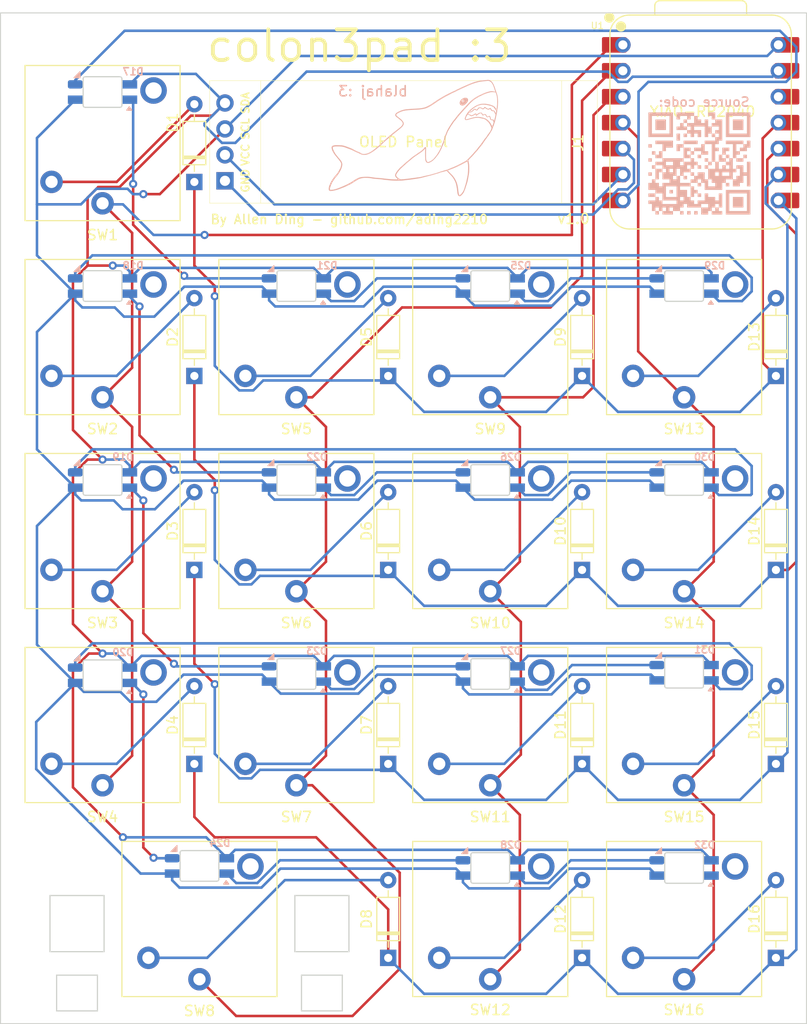
<source format=kicad_pcb>
(kicad_pcb (version 20240108) (generator "pcbnew") (generator_version "8.0")
  (layers (0 "F.Cu" signal) (31 "B.Cu" signal) (34 "B.Paste" user) (35 "F.Paste" user) (36 "B.SilkS" user "B.Silkscreen") (37 "F.SilkS" user "F.Silkscreen") (38 "B.Mask" user) (39 "F.Mask" user) (44 "Edge.Cuts" user))
  (net 0 "")
  (net 1 "/DATA")
  (net 2 "Net-(D17-DOUT)")
  (net 3 "GND")
  (net 4 "+5V")
  (net 5 "Net-(D18-DOUT)")
  (net 6 "Net-(D18-DIN)")
  (net 7 "Net-(D19-DOUT)")
  (net 8 "Net-(D19-DIN)")
  (net 9 "Net-(D20-DIN)")
  (net 10 "Net-(D20-DOUT)")
  (net 11 "Net-(D21-DOUT)")
  (net 12 "Net-(D22-DOUT)")
  (net 13 "Net-(D23-DOUT)")
  (net 14 "Net-(D24-DOUT)")
  (net 15 "Net-(D25-DOUT)")
  (net 16 "Net-(D26-DOUT)")
  (net 17 "Net-(D27-DOUT)")
  (net 18 "Net-(D28-DOUT)")
  (net 20 "Net-(D1-A)")
  (net 21 "/ROW1")
  (net 22 "/ROW2")
  (net 23 "Net-(D2-A)")
  (net 24 "Net-(D3-A)")
  (net 25 "/ROW3")
  (net 26 "/ROW4")
  (net 27 "Net-(D4-A)")
  (net 28 "Net-(D5-A)")
  (net 29 "Net-(D6-A)")
  (net 30 "Net-(D7-A)")
  (net 31 "Net-(D8-A)")
  (net 32 "Net-(D9-A)")
  (net 33 "Net-(D10-A)")
  (net 34 "Net-(D11-A)")
  (net 35 "Net-(D12-A)")
  (net 36 "Net-(D13-A)")
  (net 37 "Net-(D14-A)")
  (net 38 "Net-(D15-A)")
  (net 39 "Net-(D16-A)")
  (net 40 "/SCL")
  (net 41 "/SDA")
  (net 42 "/COL1")
  (net 43 "/COL2")
  (net 44 "/COL3")
  (net 45 "/COL4")
  (footprint "Diode_THT:D_DO-35_SOD27_P7.62mm_Horizontal" (layer "F.Cu") (at 92 57.81 90)
    (property "Reference" "D1")
    (property "Value" "D")
  )
  (footprint "Switch_Keyboard_Kailh:SW_Kailh_Choc_V2_1.00u" (layer "F.Cu") (at 102 111 180)
    (property "Reference" "SW7")
    (property "Value" "SW_Push")
  )
  (footprint "Switch_Keyboard_Kailh:SW_Kailh_Choc_V2_1.00u" (layer "F.Cu") (at 121 111 180)
    (property "Reference" "SW11")
    (property "Value" "SW_Push")
  )
  (footprint "mbk-footprints:Choc-2u-solder" (layer "F.Cu") (at 92.5 130 180)
    (property "Reference" "2u" (hide yes))
    (property "Value" " " (hide yes))
    (fp_line (start 14.65 2.3) (end 14.65 -3.2) (stroke (width 0.12)) (layer "Edge.Cuts"))
    (fp_line (start 14 -5.5) (end 14 -9) (stroke (width 0.12)) (layer "Edge.Cuts"))
    (fp_line (start 10 -5.5) (end 14 -5.5) (stroke (width 0.12)) (layer "Edge.Cuts"))
    (fp_line (start 10 -9) (end 14 -9) (stroke (width 0.12)) (layer "Edge.Cuts"))
    (fp_line (start 10 -9) (end 10 -5.5) (stroke (width 0.12)) (layer "Edge.Cuts"))
    (fp_line (start 9.35 2.3) (end 14.65 2.3) (stroke (width 0.12)) (layer "Edge.Cuts"))
    (fp_line (start 9.35 -3.2) (end 14.65 -3.2) (stroke (width 0.12)) (layer "Edge.Cuts"))
    (fp_line (start 9.35 -3.2) (end 9.35 2.3) (stroke (width 0.12)) (layer "Edge.Cuts"))
    (fp_line (start -9.35 2.3) (end -9.35 -3.2) (stroke (width 0.12)) (layer "Edge.Cuts"))
    (fp_line (start -10 -5.5) (end -10 -9) (stroke (width 0.12)) (layer "Edge.Cuts"))
    (fp_line (start -14 -5.5) (end -10 -5.5) (stroke (width 0.12)) (layer "Edge.Cuts"))
    (fp_line (start -14 -9) (end -10 -9) (stroke (width 0.12)) (layer "Edge.Cuts"))
    (fp_line (start -14 -9) (end -14 -5.5) (stroke (width 0.12)) (layer "Edge.Cuts"))
    (fp_line (start -14.65 2.3) (end -9.35 2.3) (stroke (width 0.12)) (layer "Edge.Cuts"))
    (fp_line (start -14.65 -3.2) (end -9.35 -3.2) (stroke (width 0.12)) (layer "Edge.Cuts"))
    (fp_line (start -14.65 -3.2) (end -14.65 2.3) (stroke (width 0.12)) (layer "Edge.Cuts"))
  )
  (footprint "OPL:XIAO-RP2040-DIP" (layer "F.Cu") (at 141.62 52)
    (property "Reference" "U1")
    (property "Value" "XIAO-RP2040-DIP")
  )
  (footprint "Diode_THT:D_DO-35_SOD27_P7.62mm_Horizontal" (layer "F.Cu") (at 149 114.81 90)
    (property "Reference" "D15")
    (property "Value" "D")
  )
  (footprint "KiCad-SSD1306-0.91-OLED-4pin-128x32:SSD1306-0.91-OLED-4pin-128x32" (layer "F.Cu") (at 131.5 59.885 180)
    (property "Reference" "J1")
    (property "Value" "Conn_01x04")
  )
  (footprint "Diode_THT:D_DO-35_SOD27_P7.62mm_Horizontal" (layer "F.Cu") (at 111 95.81 90)
    (property "Reference" "D6")
    (property "Value" "D")
  )
  (footprint "Switch_Keyboard_Kailh:SW_Kailh_Choc_V2_1.00u" (layer "F.Cu") (at 140 73 180)
    (property "Reference" "SW13")
    (property "Value" "SW_Push")
  )
  (footprint "Switch_Keyboard_Kailh:SW_Kailh_Choc_V2_1.00u" (layer "F.Cu") (at 102 92 180)
    (property "Reference" "SW6")
    (property "Value" "SW_Push")
  )
  (footprint "Diode_THT:D_DO-35_SOD27_P7.62mm_Horizontal" (layer "F.Cu") (at 130 95.81 90)
    (property "Reference" "D10")
    (property "Value" "D")
  )
  (footprint "Switch_Keyboard_Kailh:SW_Kailh_Choc_V2_1.00u" (layer "F.Cu") (at 102 73 180)
    (property "Reference" "SW5")
    (property "Value" "SW_Push")
  )
  (footprint "Switch_Keyboard_Kailh:SW_Kailh_Choc_V2_1.00u" (layer "F.Cu") (at 140 111 180)
    (property "Reference" "SW15")
    (property "Value" "SW_Push")
  )
  (footprint "Switch_Keyboard_Kailh:SW_Kailh_Choc_V2_2.00u" (layer "F.Cu") (at 92.5 130 180)
    (property "Reference" "SW8")
    (property "Value" "SW_Push")
  )
  (footprint "Diode_THT:D_DO-35_SOD27_P7.62mm_Horizontal" (layer "F.Cu") (at 111 114.81 90)
    (property "Reference" "D7")
    (property "Value" "D")
  )
  (footprint "Diode_THT:D_DO-35_SOD27_P7.62mm_Horizontal" (layer "F.Cu") (at 92 76.81 90)
    (property "Reference" "D2")
    (property "Value" "D")
  )
  (footprint "Diode_THT:D_DO-35_SOD27_P7.62mm_Horizontal" (layer "F.Cu") (at 111 133.81 90)
    (property "Reference" "D8")
    (property "Value" "D")
  )
  (footprint "Diode_THT:D_DO-35_SOD27_P7.62mm_Horizontal" (layer "F.Cu") (at 92 114.81 90)
    (property "Reference" "D4")
    (property "Value" "D")
  )
  (footprint "Switch_Keyboard_Kailh:SW_Kailh_Choc_V2_1.00u" (layer "F.Cu") (at 83 111 180)
    (property "Reference" "SW4")
    (property "Value" "SW_Push")
  )
  (footprint "Diode_THT:D_DO-35_SOD27_P7.62mm_Horizontal" (layer "F.Cu") (at 149 95.81 90)
    (property "Reference" "D14")
    (property "Value" "D")
  )
  (footprint "Switch_Keyboard_Kailh:SW_Kailh_Choc_V2_1.00u" (layer "F.Cu") (at 83 54 180)
    (property "Reference" "SW1")
    (property "Value" "SW_Push")
  )
  (footprint "Switch_Keyboard_Kailh:SW_Kailh_Choc_V2_1.00u" (layer "F.Cu") (at 140 130 180)
    (property "Reference" "SW16")
    (property "Value" "SW_Push")
  )
  (footprint "Diode_THT:D_DO-35_SOD27_P7.62mm_Horizontal" (layer "F.Cu") (at 111 76.81 90)
    (property "Reference" "D5")
    (property "Value" "D")
  )
  (footprint "Diode_THT:D_DO-35_SOD27_P7.62mm_Horizontal" (layer "F.Cu") (at 130 133.81 90)
    (property "Reference" "D12")
    (property "Value" "D")
  )
  (footprint "Switch_Keyboard_Kailh:SW_Kailh_Choc_V2_1.00u" (layer "F.Cu") (at 121 73 180)
    (property "Reference" "SW9")
    (property "Value" "SW_Push")
  )
  (footprint "Diode_THT:D_DO-35_SOD27_P7.62mm_Horizontal" (layer "F.Cu") (at 149 76.81 90)
    (property "Reference" "D13")
    (property "Value" "D")
  )
  (footprint "Diode_THT:D_DO-35_SOD27_P7.62mm_Horizontal" (layer "F.Cu") (at 130 76.81 90)
    (property "Reference" "D9")
    (property "Value" "D")
  )
  (footprint "Diode_THT:D_DO-35_SOD27_P7.62mm_Horizontal" (layer "F.Cu") (at 92 95.81 90)
    (property "Reference" "D3")
    (property "Value" "D")
  )
  (footprint "Switch_Keyboard_Kailh:SW_Kailh_Choc_V2_1.00u" (layer "F.Cu") (at 83 73 180)
    (property "Reference" "SW2")
    (property "Value" "SW_Push")
  )
  (footprint "Diode_THT:D_DO-35_SOD27_P7.62mm_Horizontal" (layer "F.Cu") (at 149 133.81 90)
    (property "Reference" "D16")
    (property "Value" "D")
  )
  (footprint "Switch_Keyboard_Kailh:SW_Kailh_Choc_V2_1.00u" (layer "F.Cu") (at 140 92 180)
    (property "Reference" "SW14")
    (property "Value" "SW_Push")
  )
  (footprint "Diode_THT:D_DO-35_SOD27_P7.62mm_Horizontal" (layer "F.Cu") (at 130 114.81 90)
    (property "Reference" "D11")
    (property "Value" "D")
  )
  (footprint "Switch_Keyboard_Kailh:SW_Kailh_Choc_V2_1.00u" (layer "F.Cu") (at 121 130 180)
    (property "Reference" "SW12")
    (property "Value" "SW_Push")
  )
  (footprint "Switch_Keyboard_Kailh:SW_Kailh_Choc_V2_1.00u" (layer "F.Cu") (at 121 92 180)
    (property "Reference" "SW10")
    (property "Value" "SW_Push")
  )
  (footprint "Switch_Keyboard_Kailh:SW_Kailh_Choc_V2_1.00u" (layer "F.Cu") (at 83 92 180)
    (property "Reference" "SW3")
    (property "Value" "SW_Push")
  )
  (footprint "Keebio-Parts:SK6812-MINI-E" (layer "B.Cu") (at 83 68 180)
    (property "Reference" "D18")
    (property "Value" "SK6812MINI" (hide yes))
    (fp_line (start 1.9 -1.3) (end 1.9 1.3) (stroke (width 0.12)) (layer "Edge.Cuts"))
    (fp_line (start 1.7 1.5) (end -1.7 1.5) (stroke (width 0.12)) (layer "Edge.Cuts"))
    (fp_line (start -1.7 -1.5) (end 1.7 -1.5) (stroke (width 0.12)) (layer "Edge.Cuts"))
    (fp_line (start -1.9 1.3) (end -1.9 -1.3) (stroke (width 0.12)) (layer "Edge.Cuts"))
    (fp_arc (start 1.9 1.3) (mid 1.841421 1.441421) (end 1.7 1.5) (stroke (width 0.12)) (layer "Edge.Cuts"))
    (fp_arc (start 1.7 -1.5) (mid 1.841421 -1.441421) (end 1.9 -1.3) (stroke (width 0.12)) (layer "Edge.Cuts"))
    (fp_arc (start -1.7 1.5) (mid -1.841421 1.441421) (end -1.9 1.3) (stroke (width 0.12)) (layer "Edge.Cuts"))
    (fp_arc (start -1.9 -1.3) (mid -1.841421 -1.441421) (end -1.7 -1.5) (stroke (width 0.12)) (layer "Edge.Cuts"))
  )
  (footprint "Keebio-Parts:SK6812-MINI-E" (layer "B.Cu") (at 83 87 180)
    (property "Reference" "D19")
    (property "Value" "SK6812MINI" (hide yes))
    (fp_line (start 1.9 -1.3) (end 1.9 1.3) (stroke (width 0.12)) (layer "Edge.Cuts"))
    (fp_line (start 1.7 1.5) (end -1.7 1.5) (stroke (width 0.12)) (layer "Edge.Cuts"))
    (fp_line (start -1.7 -1.5) (end 1.7 -1.5) (stroke (width 0.12)) (layer "Edge.Cuts"))
    (fp_line (start -1.9 1.3) (end -1.9 -1.3) (stroke (width 0.12)) (layer "Edge.Cuts"))
    (fp_arc (start 1.9 1.3) (mid 1.841421 1.441421) (end 1.7 1.5) (stroke (width 0.12)) (layer "Edge.Cuts"))
    (fp_arc (start 1.7 -1.5) (mid 1.841421 -1.441421) (end 1.9 -1.3) (stroke (width 0.12)) (layer "Edge.Cuts"))
    (fp_arc (start -1.7 1.5) (mid -1.841421 1.441421) (end -1.9 1.3) (stroke (width 0.12)) (layer "Edge.Cuts"))
    (fp_arc (start -1.9 -1.3) (mid -1.841421 -1.441421) (end -1.7 -1.5) (stroke (width 0.12)) (layer "Edge.Cuts"))
  )
  (footprint "Keebio-Parts:SK6812-MINI-E" (layer "B.Cu") (at 102 68 180)
    (property "Reference" "D21")
    (property "Value" "SK6812MINI" (hide yes))
    (fp_line (start 1.9 -1.3) (end 1.9 1.3) (stroke (width 0.12)) (layer "Edge.Cuts"))
    (fp_line (start 1.7 1.5) (end -1.7 1.5) (stroke (width 0.12)) (layer "Edge.Cuts"))
    (fp_line (start -1.7 -1.5) (end 1.7 -1.5) (stroke (width 0.12)) (layer "Edge.Cuts"))
    (fp_line (start -1.9 1.3) (end -1.9 -1.3) (stroke (width 0.12)) (layer "Edge.Cuts"))
    (fp_arc (start 1.9 1.3) (mid 1.841421 1.441421) (end 1.7 1.5) (stroke (width 0.12)) (layer "Edge.Cuts"))
    (fp_arc (start 1.7 -1.5) (mid 1.841421 -1.441421) (end 1.9 -1.3) (stroke (width 0.12)) (layer "Edge.Cuts"))
    (fp_arc (start -1.7 1.5) (mid -1.841421 1.441421) (end -1.9 1.3) (stroke (width 0.12)) (layer "Edge.Cuts"))
    (fp_arc (start -1.9 -1.3) (mid -1.841421 -1.441421) (end -1.7 -1.5) (stroke (width 0.12)) (layer "Edge.Cuts"))
  )
  (footprint "Keebio-Parts:SK6812-MINI-E" (layer "B.Cu") (at 140 105.875 180)
    (property "Reference" "D31")
    (property "Value" "SK6812MINI" (hide yes))
    (fp_line (start 1.9 -1.3) (end 1.9 1.3) (stroke (width 0.12)) (layer "Edge.Cuts"))
    (fp_line (start 1.7 1.5) (end -1.7 1.5) (stroke (width 0.12)) (layer "Edge.Cuts"))
    (fp_line (start -1.7 -1.5) (end 1.7 -1.5) (stroke (width 0.12)) (layer "Edge.Cuts"))
    (fp_line (start -1.9 1.3) (end -1.9 -1.3) (stroke (width 0.12)) (layer "Edge.Cuts"))
    (fp_arc (start 1.9 1.3) (mid 1.841421 1.441421) (end 1.7 1.5) (stroke (width 0.12)) (layer "Edge.Cuts"))
    (fp_arc (start 1.7 -1.5) (mid 1.841421 -1.441421) (end 1.9 -1.3) (stroke (width 0.12)) (layer "Edge.Cuts"))
    (fp_arc (start -1.7 1.5) (mid -1.841421 1.441421) (end -1.9 1.3) (stroke (width 0.12)) (layer "Edge.Cuts"))
    (fp_arc (start -1.9 -1.3) (mid -1.841421 -1.441421) (end -1.7 -1.5) (stroke (width 0.12)) (layer "Edge.Cuts"))
  )
  (footprint "Keebio-Parts:SK6812-MINI-E" (layer "B.Cu") (at 121 87 180)
    (property "Reference" "D26")
    (property "Value" "SK6812MINI" (hide yes))
    (fp_line (start 1.9 -1.3) (end 1.9 1.3) (stroke (width 0.12)) (layer "Edge.Cuts"))
    (fp_line (start 1.7 1.5) (end -1.7 1.5) (stroke (width 0.12)) (layer "Edge.Cuts"))
    (fp_line (start -1.7 -1.5) (end 1.7 -1.5) (stroke (width 0.12)) (layer "Edge.Cuts"))
    (fp_line (start -1.9 1.3) (end -1.9 -1.3) (stroke (width 0.12)) (layer "Edge.Cuts"))
    (fp_arc (start 1.9 1.3) (mid 1.841421 1.441421) (end 1.7 1.5) (stroke (width 0.12)) (layer "Edge.Cuts"))
    (fp_arc (start 1.7 -1.5) (mid 1.841421 -1.441421) (end 1.9 -1.3) (stroke (width 0.12)) (layer "Edge.Cuts"))
    (fp_arc (start -1.7 1.5) (mid -1.841421 1.441421) (end -1.9 1.3) (stroke (width 0.12)) (layer "Edge.Cuts"))
    (fp_arc (start -1.9 -1.3) (mid -1.841421 -1.441421) (end -1.7 -1.5) (stroke (width 0.12)) (layer "Edge.Cuts"))
  )
  (footprint "LOGO" (layer "B.Cu") (at 141.5 56 180)
    (property "Reference" "G***" (hide yes))
    (property "Value" "LOGO" (hide yes))
  )
  (footprint "LOGO" (layer "B.Cu") (at 113.5 53.5 180)
    (property "Reference" "G***" (hide yes))
    (property "Value" "LOGO" (hide yes))
  )
  (footprint "Keebio-Parts:SK6812-MINI-E" (layer "B.Cu") (at 140 125 180)
    (property "Reference" "D32")
    (property "Value" "SK6812MINI" (hide yes))
    (fp_line (start 1.9 -1.3) (end 1.9 1.3) (stroke (width 0.12)) (layer "Edge.Cuts"))
    (fp_line (start 1.7 1.5) (end -1.7 1.5) (stroke (width 0.12)) (layer "Edge.Cuts"))
    (fp_line (start -1.7 -1.5) (end 1.7 -1.5) (stroke (width 0.12)) (layer "Edge.Cuts"))
    (fp_line (start -1.9 1.3) (end -1.9 -1.3) (stroke (width 0.12)) (layer "Edge.Cuts"))
    (fp_arc (start 1.9 1.3) (mid 1.841421 1.441421) (end 1.7 1.5) (stroke (width 0.12)) (layer "Edge.Cuts"))
    (fp_arc (start 1.7 -1.5) (mid 1.841421 -1.441421) (end 1.9 -1.3) (stroke (width 0.12)) (layer "Edge.Cuts"))
    (fp_arc (start -1.7 1.5) (mid -1.841421 1.441421) (end -1.9 1.3) (stroke (width 0.12)) (layer "Edge.Cuts"))
    (fp_arc (start -1.9 -1.3) (mid -1.841421 -1.441421) (end -1.7 -1.5) (stroke (width 0.12)) (layer "Edge.Cuts"))
  )
  (footprint "Keebio-Parts:SK6812-MINI-E" (layer "B.Cu") (at 121 68 180)
    (property "Reference" "D25")
    (property "Value" "SK6812MINI" (hide yes))
    (fp_line (start 1.9 -1.3) (end 1.9 1.3) (stroke (width 0.12)) (layer "Edge.Cuts"))
    (fp_line (start 1.7 1.5) (end -1.7 1.5) (stroke (width 0.12)) (layer "Edge.Cuts"))
    (fp_line (start -1.7 -1.5) (end 1.7 -1.5) (stroke (width 0.12)) (layer "Edge.Cuts"))
    (fp_line (start -1.9 1.3) (end -1.9 -1.3) (stroke (width 0.12)) (layer "Edge.Cuts"))
    (fp_arc (start 1.9 1.3) (mid 1.841421 1.441421) (end 1.7 1.5) (stroke (width 0.12)) (layer "Edge.Cuts"))
    (fp_arc (start 1.7 -1.5) (mid 1.841421 -1.441421) (end 1.9 -1.3) (stroke (width 0.12)) (layer "Edge.Cuts"))
    (fp_arc (start -1.7 1.5) (mid -1.841421 1.441421) (end -1.9 1.3) (stroke (width 0.12)) (layer "Edge.Cuts"))
    (fp_arc (start -1.9 -1.3) (mid -1.841421 -1.441421) (end -1.7 -1.5) (stroke (width 0.12)) (layer "Edge.Cuts"))
  )
  (footprint "Keebio-Parts:SK6812-MINI-E" (layer "B.Cu") (at 102 106 180)
    (property "Reference" "D23")
    (property "Value" "SK6812MINI" (hide yes))
    (fp_line (start 1.9 -1.3) (end 1.9 1.3) (stroke (width 0.12)) (layer "Edge.Cuts"))
    (fp_line (start 1.7 1.5) (end -1.7 1.5) (stroke (width 0.12)) (layer "Edge.Cuts"))
    (fp_line (start -1.7 -1.5) (end 1.7 -1.5) (stroke (width 0.12)) (layer "Edge.Cuts"))
    (fp_line (start -1.9 1.3) (end -1.9 -1.3) (stroke (width 0.12)) (layer "Edge.Cuts"))
    (fp_arc (start 1.9 1.3) (mid 1.841421 1.441421) (end 1.7 1.5) (stroke (width 0.12)) (layer "Edge.Cuts"))
    (fp_arc (start 1.7 -1.5) (mid 1.841421 -1.441421) (end 1.9 -1.3) (stroke (width 0.12)) (layer "Edge.Cuts"))
    (fp_arc (start -1.7 1.5) (mid -1.841421 1.441421) (end -1.9 1.3) (stroke (width 0.12)) (layer "Edge.Cuts"))
    (fp_arc (start -1.9 -1.3) (mid -1.841421 -1.441421) (end -1.7 -1.5) (stroke (width 0.12)) (layer "Edge.Cuts"))
  )
  (footprint "Keebio-Parts:SK6812-MINI-E" (layer "B.Cu") (at 140 68 180)
    (property "Reference" "D29")
    (property "Value" "SK6812MINI" (hide yes))
    (fp_line (start 1.9 -1.3) (end 1.9 1.3) (stroke (width 0.12)) (layer "Edge.Cuts"))
    (fp_line (start 1.7 1.5) (end -1.7 1.5) (stroke (width 0.12)) (layer "Edge.Cuts"))
    (fp_line (start -1.7 -1.5) (end 1.7 -1.5) (stroke (width 0.12)) (layer "Edge.Cuts"))
    (fp_line (start -1.9 1.3) (end -1.9 -1.3) (stroke (width 0.12)) (layer "Edge.Cuts"))
    (fp_arc (start 1.9 1.3) (mid 1.841421 1.441421) (end 1.7 1.5) (stroke (width 0.12)) (layer "Edge.Cuts"))
    (fp_arc (start 1.7 -1.5) (mid 1.841421 -1.441421) (end 1.9 -1.3) (stroke (width 0.12)) (layer "Edge.Cuts"))
    (fp_arc (start -1.7 1.5) (mid -1.841421 1.441421) (end -1.9 1.3) (stroke (width 0.12)) (layer "Edge.Cuts"))
    (fp_arc (start -1.9 -1.3) (mid -1.841421 -1.441421) (end -1.7 -1.5) (stroke (width 0.12)) (layer "Edge.Cuts"))
  )
  (footprint "Keebio-Parts:SK6812-MINI-E" (layer "B.Cu") (at 92.5 124.8 180)
    (property "Reference" "D24")
    (property "Value" "SK6812MINI" (hide yes))
    (fp_line (start 1.9 -1.3) (end 1.9 1.3) (stroke (width 0.12)) (layer "Edge.Cuts"))
    (fp_line (start 1.7 1.5) (end -1.7 1.5) (stroke (width 0.12)) (layer "Edge.Cuts"))
    (fp_line (start -1.7 -1.5) (end 1.7 -1.5) (stroke (width 0.12)) (layer "Edge.Cuts"))
    (fp_line (start -1.9 1.3) (end -1.9 -1.3) (stroke (width 0.12)) (layer "Edge.Cuts"))
    (fp_arc (start 1.9 1.3) (mid 1.841421 1.441421) (end 1.7 1.5) (stroke (width 0.12)) (layer "Edge.Cuts"))
    (fp_arc (start 1.7 -1.5) (mid 1.841421 -1.441421) (end 1.9 -1.3) (stroke (width 0.12)) (layer "Edge.Cuts"))
    (fp_arc (start -1.7 1.5) (mid -1.841421 1.441421) (end -1.9 1.3) (stroke (width 0.12)) (layer "Edge.Cuts"))
    (fp_arc (start -1.9 -1.3) (mid -1.841421 -1.441421) (end -1.7 -1.5) (stroke (width 0.12)) (layer "Edge.Cuts"))
  )
  (footprint "Keebio-Parts:SK6812-MINI-E" (layer "B.Cu") (at 83 106.125 180)
    (property "Reference" "D20")
    (property "Value" "SK6812MINI" (hide yes))
    (fp_line (start 1.9 -1.3) (end 1.9 1.3) (stroke (width 0.12)) (layer "Edge.Cuts"))
    (fp_line (start 1.7 1.5) (end -1.7 1.5) (stroke (width 0.12)) (layer "Edge.Cuts"))
    (fp_line (start -1.7 -1.5) (end 1.7 -1.5) (stroke (width 0.12)) (layer "Edge.Cuts"))
    (fp_line (start -1.9 1.3) (end -1.9 -1.3) (stroke (width 0.12)) (layer "Edge.Cuts"))
    (fp_arc (start 1.9 1.3) (mid 1.841421 1.441421) (end 1.7 1.5) (stroke (width 0.12)) (layer "Edge.Cuts"))
    (fp_arc (start 1.7 -1.5) (mid 1.841421 -1.441421) (end 1.9 -1.3) (stroke (width 0.12)) (layer "Edge.Cuts"))
    (fp_arc (start -1.7 1.5) (mid -1.841421 1.441421) (end -1.9 1.3) (stroke (width 0.12)) (layer "Edge.Cuts"))
    (fp_arc (start -1.9 -1.3) (mid -1.841421 -1.441421) (end -1.7 -1.5) (stroke (width 0.12)) (layer "Edge.Cuts"))
  )
  (footprint "Keebio-Parts:SK6812-MINI-E" (layer "B.Cu") (at 121 125 180)
    (property "Reference" "D28")
    (property "Value" "SK6812MINI" (hide yes))
    (fp_line (start 1.9 -1.3) (end 1.9 1.3) (stroke (width 0.12)) (layer "Edge.Cuts"))
    (fp_line (start 1.7 1.5) (end -1.7 1.5) (stroke (width 0.12)) (layer "Edge.Cuts"))
    (fp_line (start -1.7 -1.5) (end 1.7 -1.5) (stroke (width 0.12)) (layer "Edge.Cuts"))
    (fp_line (start -1.9 1.3) (end -1.9 -1.3) (stroke (width 0.12)) (layer "Edge.Cuts"))
    (fp_arc (start 1.9 1.3) (mid 1.841421 1.441421) (end 1.7 1.5) (stroke (width 0.12)) (layer "Edge.Cuts"))
    (fp_arc (start 1.7 -1.5) (mid 1.841421 -1.441421) (end 1.9 -1.3) (stroke (width 0.12)) (layer "Edge.Cuts"))
    (fp_arc (start -1.7 1.5) (mid -1.841421 1.441421) (end -1.9 1.3) (stroke (width 0.12)) (layer "Edge.Cuts"))
    (fp_arc (start -1.9 -1.3) (mid -1.841421 -1.441421) (end -1.7 -1.5) (stroke (width 0.12)) (layer "Edge.Cuts"))
  )
  (footprint "Keebio-Parts:SK6812-MINI-E" (layer "B.Cu") (at 121 106 180)
    (property "Reference" "D27")
    (property "Value" "SK6812MINI" (hide yes))
    (fp_line (start 1.9 -1.3) (end 1.9 1.3) (stroke (width 0.12)) (layer "Edge.Cuts"))
    (fp_line (start 1.7 1.5) (end -1.7 1.5) (stroke (width 0.12)) (layer "Edge.Cuts"))
    (fp_line (start -1.7 -1.5) (end 1.7 -1.5) (stroke (width 0.12)) (layer "Edge.Cuts"))
    (fp_line (start -1.9 1.3) (end -1.9 -1.3) (stroke (width 0.12)) (layer "Edge.Cuts"))
    (fp_arc (start 1.9 1.3) (mid 1.841421 1.441421) (end 1.7 1.5) (stroke (width 0.12)) (layer "Edge.Cuts"))
    (fp_arc (start 1.7 -1.5) (mid 1.841421 -1.441421) (end 1.9 -1.3) (stroke (width 0.12)) (layer "Edge.Cuts"))
    (fp_arc (start -1.7 1.5) (mid -1.841421 1.441421) (end -1.9 1.3) (stroke (width 0.12)) (layer "Edge.Cuts"))
    (fp_arc (start -1.9 -1.3) (mid -1.841421 -1.441421) (end -1.7 -1.5) (stroke (width 0.12)) (layer "Edge.Cuts"))
  )
  (footprint "Keebio-Parts:SK6812-MINI-E" (layer "B.Cu") (at 102 87 180)
    (property "Reference" "D22")
    (property "Value" "SK6812MINI" (hide yes))
    (fp_line (start 1.9 -1.3) (end 1.9 1.3) (stroke (width 0.12)) (layer "Edge.Cuts"))
    (fp_line (start 1.7 1.5) (end -1.7 1.5) (stroke (width 0.12)) (layer "Edge.Cuts"))
    (fp_line (start -1.7 -1.5) (end 1.7 -1.5) (stroke (width 0.12)) (layer "Edge.Cuts"))
    (fp_line (start -1.9 1.3) (end -1.9 -1.3) (stroke (width 0.12)) (layer "Edge.Cuts"))
    (fp_arc (start 1.9 1.3) (mid 1.841421 1.441421) (end 1.7 1.5) (stroke (width 0.12)) (layer "Edge.Cuts"))
    (fp_arc (start 1.7 -1.5) (mid 1.841421 -1.441421) (end 1.9 -1.3) (stroke (width 0.12)) (layer "Edge.Cuts"))
    (fp_arc (start -1.7 1.5) (mid -1.841421 1.441421) (end -1.9 1.3) (stroke (width 0.12)) (layer "Edge.Cuts"))
    (fp_arc (start -1.9 -1.3) (mid -1.841421 -1.441421) (end -1.7 -1.5) (stroke (width 0.12)) (layer "Edge.Cuts"))
  )
  (footprint "Keebio-Parts:SK6812-MINI-E" (layer "B.Cu") (at 83 49 180)
    (property "Reference" "D17")
    (property "Value" "SK6812MINI" (hide yes))
    (fp_line (start 1.9 -1.3) (end 1.9 1.3) (stroke (width 0.12)) (layer "Edge.Cuts"))
    (fp_line (start 1.7 1.5) (end -1.7 1.5) (stroke (width 0.12)) (layer "Edge.Cuts"))
    (fp_line (start -1.7 -1.5) (end 1.7 -1.5) (stroke (width 0.12)) (layer "Edge.Cuts"))
    (fp_line (start -1.9 1.3) (end -1.9 -1.3) (stroke (width 0.12)) (layer "Edge.Cuts"))
    (fp_arc (start 1.9 1.3) (mid 1.841421 1.441421) (end 1.7 1.5) (stroke (width 0.12)) (layer "Edge.Cuts"))
    (fp_arc (start 1.7 -1.5) (mid 1.841421 -1.441421) (end 1.9 -1.3) (stroke (width 0.12)) (layer "Edge.Cuts"))
    (fp_arc (start -1.7 1.5) (mid -1.841421 1.441421) (end -1.9 1.3) (stroke (width 0.12)) (layer "Edge.Cuts"))
    (fp_arc (start -1.9 -1.3) (mid -1.841421 -1.441421) (end -1.7 -1.5) (stroke (width 0.12)) (layer "Edge.Cuts"))
  )
  (footprint "Keebio-Parts:SK6812-MINI-E" (layer "B.Cu") (at 140 87 180)
    (property "Reference" "D30")
    (property "Value" "SK6812MINI" (hide yes))
    (fp_line (start 1.9 -1.3) (end 1.9 1.3) (stroke (width 0.12)) (layer "Edge.Cuts"))
    (fp_line (start 1.7 1.5) (end -1.7 1.5) (stroke (width 0.12)) (layer "Edge.Cuts"))
    (fp_line (start -1.7 -1.5) (end 1.7 -1.5) (stroke (width 0.12)) (layer "Edge.Cuts"))
    (fp_line (start -1.9 1.3) (end -1.9 -1.3) (stroke (width 0.12)) (layer "Edge.Cuts"))
    (fp_arc (start 1.9 1.3) (mid 1.841421 1.441421) (end 1.7 1.5) (stroke (width 0.12)) (layer "Edge.Cuts"))
    (fp_arc (start 1.7 -1.5) (mid 1.841421 -1.441421) (end 1.9 -1.3) (stroke (width 0.12)) (layer "Edge.Cuts"))
    (fp_arc (start -1.7 1.5) (mid -1.841421 1.441421) (end -1.9 1.3) (stroke (width 0.12)) (layer "Edge.Cuts"))
    (fp_arc (start -1.9 -1.3) (mid -1.841421 -1.441421) (end -1.7 -1.5) (stroke (width 0.12)) (layer "Edge.Cuts"))
  )
  (gr_rect (start 73 41.25) (end 152 140.25) (stroke (width 0.1)) (fill none) (layer "Edge.Cuts"))
  (gr_text "Source code:" (at 146.5 50.5 0) (layer "B.SilkS") (effects (font (size 0.9 0.9)) (justify left bottom mirror)))
  (gr_text "blahaj :3" (at 113 49.5 0) (layer "B.SilkS") (effects (font (size 1 1)) (justify left bottom mirror)))
  (gr_text "colon3pad :3" (at 93 46.25 0) (layer "F.SilkS") (effects (font (size 3 3) (thickness 0.375)) (justify left bottom)))
  (gr_text "XIAO-RP2040" (at 136.5 51.5 0) (layer "F.SilkS") (effects (font (size 1 1)) (justify left bottom)))
  (gr_text "By Allen Ding - github.com/ading2210" (at 93.5 62 0) (layer "F.SilkS") (effects (font (size 0.9 0.9)) (justify left bottom)))
  (gr_text "v1.0" (at 127.5 62 0) (layer "F.SilkS") (effects (font (size 1 1)) (justify left bottom)))
  (segment (start 80.325 48.25) (end 80.325 47.84) (width 0.25) (layer "B.Cu") (net 1))
  (segment (start 151 47) (end 149.993 48.007) (width 0.25) (layer "B.Cu") (net 1))
  (segment (start 149.993 48.007) (end 136.493 48.007) (width 0.25) (layer "B.Cu") (net 1))
  (segment (start 135.537 48.963) (end 135.537 58.083) (width 0.25) (layer "B.Cu") (net 1))
  (segment (start 149.397251 43) (end 151 44.602749) (width 0.25) (layer "B.Cu") (net 1))
  (segment (start 80.325 47.84) (end 85.165 43) (width 0.25) (layer "B.Cu") (net 1))
  (segment (start 136.493 48.007) (end 135.537 48.963) (width 0.25) (layer "B.Cu") (net 1))
  (segment (start 135.537 58.083) (end 134 59.62) (width 0.25) (layer "B.Cu") (net 1))
  (segment (start 85.165 43) (end 149.397251 43) (width 0.25) (layer "B.Cu") (net 1))
  (segment (start 151 44.602749) (end 151 47) (width 0.25) (layer "B.Cu") (net 1))
  (segment (start 86 58) (end 86 62) (width 0.25) (layer "F.Cu") (net 2))
  (segment (start 86 62) (end 91 67) (width 0.25) (layer "F.Cu") (net 2))
  (via (at 91 67) (size 0.8) (drill 0.4) (layers "F.Cu" "B.Cu") (net 2))
  (via (at 86 58) (size 0.8) (drill 0.4) (layers "F.Cu" "B.Cu") (net 2))
  (segment (start 99.325 67.25) (end 91.25 67.25) (width 0.25) (layer "B.Cu") (net 2))
  (segment (start 85.675 49.75) (end 86 50.075) (width 0.25) (layer "B.Cu") (net 2))
  (segment (start 91.25 67.25) (end 91 67) (width 0.25) (layer "B.Cu") (net 2))
  (segment (start 86 50.075) (end 86 58) (width 0.25) (layer "B.Cu") (net 2))
  (segment (start 80.1 86.436027) (end 80.1 101.1) (width 0.25) (layer "F.Cu") (net 3))
  (segment (start 80.1 117.1) (end 85 122) (width 0.25) (layer "F.Cu") (net 3))
  (segment (start 80.1 105.561027) (end 80.1 117.1) (width 0.25) (layer "F.Cu") (net 3))
  (segment (start 82.58444 58.300305) (end 84.67439 58.300305) (width 0.25) (layer "F.Cu") (net 3))
  (segment (start 80.1 101.1) (end 83 104) (width 0.25) (layer "F.Cu") (net 3))
  (segment (start 81.661027 104) (end 80.1 105.561027) (width 0.25) (layer "F.Cu") (net 3))
  (segment (start 80.1 67.436027) (end 80.1 82.1) (width 0.25) (layer "F.Cu") (net 3))
  (segment (start 84.67439 58.300305) (end 91.659695 51.315) (width 0.25) (layer "F.Cu") (net 3))
  (segment (start 80.1 82.1) (end 83 85) (width 0.25) (layer "F.Cu") (net 3))
  (segment (start 83 104) (end 81.661027 104) (width 0.25) (layer "F.Cu") (net 3))
  (segment (start 91.659695 51.315) (end 93.76 51.315) (width 0.25) (layer "F.Cu") (net 3))
  (segment (start 84 66) (end 81.536027 66) (width 0.25) (layer "F.Cu") (net 3))
  (segment (start 81.536027 66) (end 80.1 67.436027) (width 0.25) (layer "F.Cu") (net 3))
  (segment (start 81.536027 85) (end 80.1 86.436027) (width 0.25) (layer "F.Cu") (net 3))
  (segment (start 83 85) (end 81.536027 85) (width 0.25) (layer "F.Cu") (net 3))
  (segment (start 81.536027 66) (end 81.536027 59.348718) (width 0.25) (layer "F.Cu") (net 3))
  (segment (start 81.536027 59.348718) (end 82.58444 58.300305) (width 0.25) (layer "F.Cu") (net 3))
  (segment (start 93.76 51.315) (end 95 50.075) (width 0.25) (layer "F.Cu") (net 3))
  (via (at 84 66) (size 0.8) (drill 0.4) (layers "F.Cu" "B.Cu") (net 3))
  (via (at 83 85) (size 0.8) (drill 0.4) (layers "F.Cu" "B.Cu") (net 3))
  (via (at 83 104) (size 0.8) (drill 0.4) (layers "F.Cu" "B.Cu") (net 3))
  (via (at 85 122) (size 0.8) (drill 0.4) (layers "F.Cu" "B.Cu") (net 3))
  (segment (start 123.675 105.211027) (end 123.675 105.25) (width 0.25) (layer "B.Cu") (net 3))
  (segment (start 123.675 86.25) (end 124.7 85.225) (width 0.25) (layer "B.Cu") (net 3))
  (segment (start 105.7 85.225) (end 122.688973 85.225) (width 0.25) (layer "B.Cu") (net 3))
  (segment (start 85.675 86.25) (end 86.7 85.225) (width 0.25) (layer "B.Cu") (net 3))
  (segment (start 96.02 53.98) (end 94.703299 53.98) (width 0.25) (layer "B.Cu") (net 3))
  (segment (start 134.957251 47.5) (end 134.450251 48.007) (width 0.25) (layer "B.Cu") (net 3))
  (segment (start 83 104) (end 84.338973 104) (width 0.25) (layer "B.Cu") (net 3))
  (segment (start 123.675 67.25) (end 124.7 66.225) (width 0.25) (layer "B.Cu") (net 3))
  (segment (start 103 47) (end 96.02 53.98) (width 0.25) (layer "B.Cu") (net 3))
  (segment (start 85.675 67.25) (end 85.675 66.59) (width 0.25) (layer "B.Cu") (net 3))
  (segment (start 134.450251 48.007) (end 133.549749 48.007) (width 0.25) (layer "B.Cu") (net 3))
  (segment (start 103.688973 104.225) (end 104.675 105.211027) (width 0.25) (layer "B.Cu") (net 3))
  (segment (start 86.7 66.225) (end 103.688973 66.225) (width 0.25) (layer "B.Cu") (net 3))
  (segment (start 103.688973 85.225) (end 104.675 86.211027) (width 0.25) (layer "B.Cu") (net 3))
  (segment (start 93.163973 122) (end 85 122) (width 0.25) (layer "B.Cu") (net 3))
  (segment (start 124.7 123.225) (end 141.688973 123.225) (width 0.25) (layer "B.Cu") (net 3))
  (segment (start 103.688973 66.225) (end 104.675 67.211027) (width 0.25) (layer "B.Cu") (net 3))
  (segment (start 148.66 47.5) (end 134.957251 47.5) (width 0.25) (layer "B.Cu") (net 3))
  (segment (start 122.688973 66.225) (end 123.675 67.211027) (width 0.25) (layer "B.Cu") (net 3))
  (segment (start 92.15 47.225) (end 86.7 47.225) (width 0.25) (layer "B.Cu") (net 3))
  (segment (start 86.7 85.225) (end 103.688973 85.225) (width 0.25) (layer "B.Cu") (net 3))
  (segment (start 141.688973 123.225) (end 142.675 124.211027) (width 0.25) (layer "B.Cu") (net 3))
  (segment (start 124.7 85.225) (end 141.688973 85.225) (width 0.25) (layer "B.Cu") (net 3))
  (segment (start 86.825 104.225) (end 103.688973 104.225) (width 0.25) (layer "B.Cu") (net 3))
  (segment (start 85.085 66) (end 84 66) (width 0.25) (layer "B.Cu") (net 3))
  (segment (start 85.675 105.336027) (end 85.675 105.375) (width 0.25) (layer "B.Cu") (net 3))
  (segment (start 122.725 123.225) (end 123.675 124.175) (width 0.25) (layer "B.Cu") (net 3))
  (segment (start 123.675 105.25) (end 124.7 104.225) (width 0.25) (layer "B.Cu") (net 3))
  (segment (start 93 52.276701) (end 93 52.075) (width 0.25) (layer "B.Cu") (net 3))
  (segment (start 104.675 67.211027) (end 104.675 67.25) (width 0.25) (layer "B.Cu") (net 3))
  (segment (start 142.675 124.211027) (end 142.675 124.25) (width 0.25) (layer "B.Cu") (net 3))
  (segment (start 142.225 66.225) (end 142.675 66.675) (width 0.25) (layer "B.Cu") (net 3))
  (segment (start 123.675 86.211027) (end 123.675 86.25) (width 0.25) (layer "B.Cu") (net 3))
  (segment (start 84.338973 104) (end 85.675 105.336027) (width 0.25) (layer "B.Cu") (net 3))
  (segment (start 124.7 66.225) (end 142.225 66.225) (width 0.25) (layer "B.Cu") (net 3))
  (segment (start 104.675 105.25) (end 105.7 104.225) (width 0.25) (layer "B.Cu") (net 3))
  (segment (start 95.175 124.05) (end 96 123.225) (width 0.25) (layer "B.Cu") (net 3))
  (segment (start 149.24 46.92) (end 148.66 47.5) (width 0.25) (layer "B.Cu") (net 3))
  (segment (start 122.688973 104.225) (end 123.675 105.211027) (width 0.25) (layer "B.Cu") (net 3))
  (segment (start 85.085 85) (end 85.675 85.59) (width 0.25) (layer "B.Cu") (net 3))
  (segment (start 142.675 86.211027) (end 142.675 86.25) (width 0.25) (layer "B.Cu") (net 3))
  (segment (start 95 50.075) (end 92.15 47.225) (width 0.25) (layer "B.Cu") (net 3))
  (segment (start 141.813973 104.225) (end 142.675 105.086027) (width 0.25) (layer "B.Cu") (net 3))
  (segment (start 96 123.225) (end 122.725 123.225) (width 0.25) (layer "B.Cu") (net 3))
  (segment (start 94.703299 53.98) (end 93 52.276701) (width 0.25) (layer "B.Cu") (net 3))
  (segment (start 104.675 86.211027) (end 104.675 86.25) (width 0.25) (layer "B.Cu") (net 3))
  (segment (start 93 52.075) (end 95 50.075) (width 0.25) (layer "B.Cu") (net 3))
  (segment (start 83 85) (end 85.085 85) (width 0.25) (layer "B.Cu") (net 3))
  (segment (start 123.675 124.25) (end 124.7 123.225) (width 0.25) (layer "B.Cu") (net 3))
  (segment (start 142.675 105.086027) (end 142.675 105.125) (width 0.25) (layer "B.Cu") (net 3))
  (segment (start 85.675 66.59) (end 85.085 66) (width 0.25) (layer "B.Cu") (net 3))
  (segment (start 86.7 47.225) (end 85.675 48.25) (width 0.25) (layer "B.Cu") (net 3))
  (segment (start 95.175 124.05) (end 95.175 124.011027) (width 0.25) (layer "B.Cu") (net 3))
  (segment (start 124.7 104.225) (end 141.813973 104.225) (width 0.25) (layer "B.Cu") (net 3))
  (segment (start 142.675 66.675) (end 142.675 67.25) (width 0.25) (layer "B.Cu") (net 3))
  (segment (start 123.675 67.211027) (end 123.675 67.25) (width 0.25) (layer "B.Cu") (net 3))
  (segment (start 133.549749 48.007) (end 132.542749 47) (width 0.25) (layer "B.Cu") (net 3))
  (segment (start 104.675 105.211027) (end 104.675 105.25) (width 0.25) (layer "B.Cu") (net 3))
  (segment (start 85.675 67.25) (end 86.7 66.225) (width 0.25) (layer "B.Cu") (net 3))
  (segment (start 104.675 67.25) (end 105.7 66.225) (width 0.25) (layer "B.Cu") (net 3))
  (segment (start 132.542749 47) (end 103 47) (width 0.25) (layer "B.Cu") (net 3))
  (segment (start 95.175 124.011027) (end 93.163973 122) (width 0.25) (layer "B.Cu") (net 3))
  (segment (start 104.675 86.25) (end 105.7 85.225) (width 0.25) (layer "B.Cu") (net 3))
  (segment (start 123.675 124.175) (end 123.675 124.25) (width 0.25) (layer "B.Cu") (net 3))
  (segment (start 85.675 85.59) (end 85.675 86.25) (width 0.25) (layer "B.Cu") (net 3))
  (segment (start 141.688973 85.225) (end 142.675 86.211027) (width 0.25) (layer "B.Cu") (net 3))
  (segment (start 105.7 66.225) (end 122.688973 66.225) (width 0.25) (layer "B.Cu") (net 3))
  (segment (start 122.688973 85.225) (end 123.675 86.211027) (width 0.25) (layer "B.Cu") (net 3))
  (segment (start 85.675 105.375) (end 86.825 104.225) (width 0.25) (layer "B.Cu") (net 3))
  (segment (start 105.7 104.225) (end 122.688973 104.225) (width 0.25) (layer "B.Cu") (net 3))
  (segment (start 88.615 59) (end 95 52.615) (width 0.25) (layer "F.Cu") (net 4))
  (segment (start 87 59) (end 88.615 59) (width 0.25) (layer "F.Cu") (net 4))
  (via (at 87 59) (size 0.8) (drill 0.4) (layers "F.Cu" "B.Cu") (net 4))
  (segment (start 90.54 126.925) (end 89.825 126.21) (width 0.25) (layer "B.Cu") (net 4))
  (segment (start 99.325 68.75) (end 98.64 68.065) (width 0.25) (layer "B.Cu") (net 4))
  (segment (start 76.5 110.7) (end 80.325 106.875) (width 0.25) (layer "B.Cu") (net 4))
  (segment (start 76.575 72.5) (end 76.575 84) (width 0.25) (layer "B.Cu") (net 4))
  (segment (start 118.325 68.788973) (end 118.325 68.75) (width 0.25) (layer "B.Cu") (net 4))
  (segment (start 76.575 60) (end 80.884745 60) (width 0.25) (layer "B.Cu") (net 4))
  (segment (start 128.935 106.065) (end 127 108) (width 0.25) (layer "B.Cu") (net 4))
  (segment (start 128.935 68.065) (end 127.075 69.925) (width 0.25) (layer "B.Cu") (net 4))
  (segment (start 117.64 106.065) (end 109.935 106.065) (width 0.25) (layer "B.Cu") (net 4))
  (segment (start 76.575 91.5) (end 76.575 103.125) (width 0.25) (layer "B.Cu") (net 4))
  (segment (start 136.64 125.065) (end 128.719494 125.065) (width 0.25) (layer "B.Cu") (net 4))
  (segment (start 127 108) (end 118.915 108) (width 0.25) (layer "B.Cu") (net 4))
  (segment (start 99.915 70) (end 99.325 69.41) (width 0.25) (layer "B.Cu") (net 4))
  (segment (start 108.599009 70) (end 99.915 70) (width 0.25) (layer "B.Cu") (net 4))
  (segment (start 118.325 125.75) (end 117.64 125.065) (width 0.25) (layer "B.Cu") (net 4))
  (segment (start 80.325 49.75) (end 76.575 53.5) (width 0.25) (layer "B.Cu") (net 4))
  (segment (start 109.935 106.065) (end 108.075 107.925) (width 0.25) (layer "B.Cu") (net 4))
  (segment (start 80.325 106.913973) (end 80.325 106.875) (width 0.25) (layer "B.Cu") (net 4))
  (segment (start 86.734745 125.55) (end 76.5 115.315255) (width 0.25) (layer "B.Cu") (net 4))
  (segment (start 84.75259 107.75259) (end 81.163617 107.75259) (width 0.25) (layer "B.Cu") (net 4))
  (segment (start 85.449695 58.475) (end 85.974695 59) (width 0.25) (layer "B.Cu") (net 4))
  (segment (start 108.075 107.925) (end 100.461027 107.925) (width 0.25) (layer "B.Cu") (net 4))
  (segment (start 119.461027 69.925) (end 118.325 68.788973) (width 0.25) (layer "B.Cu") (net 4))
  (segment (start 98.64 87.065) (end 90.935 87.065) (width 0.25) (layer "B.Cu") (net 4))
  (segment (start 100.461027 107.925) (end 99.325 106.788973) (width 0.25) (layer "B.Cu") (net 4))
  (segment (start 137.325 125.75) (end 136.64 125.065) (width 0.25) (layer "B.Cu") (net 4))
  (segment (start 76.575 103.125) (end 80.325 106.875) (width 0.25) (layer "B.Cu") (net 4))
  (segment (start 137.325 68.75) (end 136.64 68.065) (width 0.25) (layer "B.Cu") (net 4))
  (segment (start 98.575 126.925) (end 90.54 126.925) (width 0.25) (layer "B.Cu") (net 4))
  (segment (start 118.325 107.41) (end 118.325 106.75) (width 0.25) (layer "B.Cu") (net 4))
  (segment (start 110.534009 68.065) (end 108.599009 70) (width 0.25) (layer "B.Cu") (net 4))
  (segment (start 127.075 88.925) (end 119.461027 88.925) (width 0.25) (layer "B.Cu") (net 4))
  (segment (start 81.163617 107.75259) (end 80.325 106.913973) (width 0.25) (layer "B.Cu") (net 4))
  (segment (start 91.009049 68.065) (end 88.074049 71) (width 0.25) (layer "B.Cu") (net 4))
  (segment (start 76.575 65) (end 80.325 68.75) (width 0.25) (layer "B.Cu") (net 4))
  (segment (start 118.325 106.75) (end 117.64 106.065) (width 0.25) (layer "B.Cu") (net 4))
  (segment (start 99.325 106.75) (end 98.64 106.065) (width 0.25) (layer "B.Cu") (net 4))
  (segment (start 99.325 106.788973) (end 99.325 106.75) (width 0.25) (layer "B.Cu") (net 4))
  (segment (start 89.825 125.55) (end 86.734745 125.55) (width 0.25) (layer "B.Cu") (net 4))
  (segment (start 118.325 126.41) (end 118.325 125.75) (width 0.25) (layer "B.Cu") (net 4))
  (segment (start 126.784494 127) (end 118.915 127) (width 0.25) (layer "B.Cu") (net 4))
  (segment (start 88.275 108.725) (end 85.725 108.725) (width 0.25) (layer "B.Cu") (net 4))
  (segment (start 118.325 68.75) (end 117.64 68.065) (width 0.25) (layer "B.Cu") (net 4))
  (segment (start 82.409745 58.475) (end 85.449695 58.475) (width 0.25) (layer "B.Cu") (net 4))
  (segment (start 84.96311 89.861891) (end 84.101219 89) (width 0.25) (layer "B.Cu") (net 4))
  (segment (start 109.935 87.065) (end 108.075 88.925) (width 0.25) (layer "B.Cu") (net 4))
  (segment (start 136.64 68.065) (end 128.935 68.065) (width 0.25) (layer "B.Cu") (net 4))
  (segment (start 102.148 45.467) (end 95 52.615) (width 0.25) (layer "B.Cu") (net 4))
  (segment (start 148.153 45.467) (end 102.148 45.467) (width 0.25) (layer "B.Cu") (net 4))
  (segment (start 137.325 106.625) (end 136.765 106.065) (width 0.25) (layer "B.Cu") (net 4))
  (segment (start 76.575 84) (end 80.325 87.75) (width 0.25) (layer "B.Cu") (net 4))
  (segment (start 80.325 87.75) (end 76.575 91.5) (width 0.25) (layer "B.Cu") (net 4))
  (segment (start 127.075 69.925) (end 119.461027 69.925) (width 0.25) (layer "B.Cu") (net 4))
  (segment (start 90.935 106.065) (end 88.275 108.725) (width 0.25) (layer "B.Cu") (net 4))
  (segment (start 119.461027 88.925) (end 118.325 87.788973) (width 0.25) (layer "B.Cu") (net 4))
  (segment (start 99.84 88.925) (end 99.325 88.41) (width 0.25) (layer "B.Cu") (net 4))
  (segment (start 88.074049 71) (end 85.101219 71) (width 0.25) (layer "B.Cu") (net 4))
  (segment (start 118.915 127) (end 118.325 126.41) (width 0.25) (layer "B.Cu") (net 4))
  (segment (start 136.765 106.065) (end 128.935 106.065) (width 0.25) (layer "B.Cu") (net 4))
  (segment (start 80.884745 60) (end 82.409745 58.475) (width 0.25) (layer "B.Cu") (net 4))
  (segment (start 117.64 125.065) (end 100.435 125.065) (width 0.25) (layer "B.Cu") (net 4))
  (segment (start 99.325 87.75) (end 98.64 87.065) (width 0.25) (layer "B.Cu") (net 4))
  (segment (start 118.325 87.75) (end 117.64 87.065) (width 0.25) (layer "B.Cu") (net 4))
  (segment (start 117.64 87.065) (end 109.935 87.065) (width 0.25) (layer "B.Cu") (net 4))
  (segment (start 80.325 68.75) (end 76.575 72.5) (width 0.25) (layer "B.Cu") (net 4))
  (segment (start 84.201219 70.1) (end 81.015 70.1) (width 0.25) (layer "B.Cu") (net 4))
  (segment (start 80.325 69.41) (end 80.325 68.75) (width 0.25) (layer "B.Cu") (net 4))
  (segment (start 98.64 106.065) (end 90.935 106.065) (width 0.25) (layer "B.Cu") (net 4))
  (segment (start 80.325 88.41) (end 80.325 87.75) (width 0.25) (layer "B.Cu") (net 4))
  (segment (start 117.64 68.065) (end 110.534009 68.065) (width 0.25) (layer "B.Cu") (net 4))
  (segment (start 136.64 87.065) (end 128.935 87.065) (width 0.25) (layer "B.Cu") (net 4))
  (segment (start 118.915 108) (end 118.325 107.41) (width 0.25) (layer "B.Cu") (net 4))
  (segment (start 76.575 53.5) (end 76.575 60) (width 0.25) (layer "B.Cu") (net 4))
  (segment (start 100.435 125.065) (end 98.575 126.925) (width 0.25) (layer "B.Cu") (net 4))
  (segment (start 118.325 87.788973) (end 118.325 87.75) (width 0.25) (layer "B.Cu") (net 4))
  (segment (start 89.825 126.21) (end 89.825 125.55) (width 0.25) (layer "B.Cu") (net 4))
  (segment (start 85.101219 71) (end 84.201219 70.1) (width 0.25) (layer "B.Cu") (net 4))
  (segment (start 76.5 115.315255) (end 76.5 110.7) (width 0.25) (layer "B.Cu") (net 4))
  (segment (start 76.575 60) (end 76.575 65) (width 0.25) (layer "B.Cu") (net 4))
  (segment (start 137.325 87.75) (end 136.64 87.065) (width 0.25) (layer "B.Cu") (net 4))
  (segment (start 98.64 68.065) (end 91.009049 68.065) (width 0.25) (layer "B.Cu") (net 4))
  (segment (start 108.075 88.925) (end 99.84 88.925) (width 0.25) (layer "B.Cu") (net 4))
  (segment (start 84.101219 89) (end 80.915 89) (width 0.25) (layer "B.Cu") (net 4))
  (segment (start 85.974695 59) (end 87 59) (width 0.25) (layer "B.Cu") (net 4))
  (segment (start 88.138109 89.861891) (end 84.96311 89.861891) (width 0.25) (layer "B.Cu") (net 4))
  (segment (start 99.325 69.41) (end 99.325 68.75) (width 0.25) (layer "B.Cu") (net 4))
  (segment (start 81.015 70.1) (end 80.325 69.41) (width 0.25) (layer "B.Cu") (net 4))
  (segment (start 80.915 89) (end 80.325 88.41) (width 0.25) (layer "B.Cu") (net 4))
  (segment (start 128.719494 125.065) (end 126.784494 127) (width 0.25) (layer "B.Cu") (net 4))
  (segment (start 90.935 87.065) (end 88.138109 89.861891) (width 0.25) (layer "B.Cu") (net 4))
  (segment (start 85.725 108.725) (end 84.75259 107.75259) (width 0.25) (layer "B.Cu") (net 4))
  (segment (start 99.325 88.41) (end 99.325 87.75) (width 0.25) (layer "B.Cu") (net 4))
  (segment (start 128.935 87.065) (end 127.075 88.925) (width 0.25) (layer "B.Cu") (net 4))
  (segment (start 149.24 44.38) (end 148.153 45.467) (width 0.25) (layer "B.Cu") (net 4))
  (segment (start 86.625 70) (end 86.625 82.625) (width 0.25) (layer "F.Cu") (net 5))
  (segment (start 86.625 82.625) (end 90 86) (width 0.25) (layer "F.Cu") (net 5))
  (via (at 86.625 70) (size 0.8) (drill 0.4) (layers "F.Cu" "B.Cu") (net 5))
  (via (at 90 86) (size 0.8) (drill 0.4) (layers "F.Cu" "B.Cu") (net 5))
  (segment (start 85.675 69.05) (end 86.625 70) (width 0.25) (layer "B.Cu") (net 5))
  (segment (start 85.675 68.75) (end 85.675 69.05) (width 0.25) (layer "B.Cu") (net 5))
  (segment (start 99.325 86.25) (end 90.25 86.25) (width 0.25) (layer "B.Cu") (net 5))
  (segment (start 90.25 86.25) (end 90 86) (width 0.25) (layer "B.Cu") (net 5))
  (segment (start 82 65) (end 80.325 66.675) (width 0.25) (layer "B.Cu") (net 6))
  (segment (start 143.4 69.475) (end 145.673098 69.475) (width 0.25) (layer "B.Cu") (net 6))
  (segment (start 142.675 68.75) (end 143.4 69.475) (width 0.25) (layer "B.Cu") (net 6))
  (segment (start 80.325 66.675) (end 80.325 67.25) (width 0.25) (layer "B.Cu") (net 6))
  (segment (start 144.448098 65) (end 82 65) (width 0.25) (layer "B.Cu") (net 6))
  (segment (start 145.673098 69.475) (end 146.625 68.523098) (width 0.25) (layer "B.Cu") (net 6))
  (segment (start 146.625 68.523098) (end 146.625 67.176902) (width 0.25) (layer "B.Cu") (net 6))
  (segment (start 146.625 67.176902) (end 144.448098 65) (width 0.25) (layer "B.Cu") (net 6))
  (segment (start 87 102) (end 90 105) (width 0.25) (layer "F.Cu") (net 7))
  (segment (start 87 89) (end 87 102) (width 0.25) (layer "F.Cu") (net 7))
  (via (at 90 105) (size 0.8) (drill 0.4) (layers "F.Cu" "B.Cu") (net 7))
  (via (at 87 89) (size 0.8) (drill 0.4) (layers "F.Cu" "B.Cu") (net 7))
  (segment (start 90.25 105.25) (end 90 105) (width 0.25) (layer "B.Cu") (net 7))
  (segment (start 99.325 105.25) (end 90.25 105.25) (width 0.25) (layer "B.Cu") (net 7))
  (segment (start 85.675 87.75) (end 85.75 87.75) (width 0.25) (layer "B.Cu") (net 7))
  (segment (start 85.75 87.75) (end 87 89) (width 0.25) (layer "B.Cu") (net 7))
  (segment (start 143.4 88.475) (end 146.525 88.475) (width 0.25) (layer "B.Cu") (net 8))
  (segment (start 146.525 88.475) (end 146.625 88.375) (width 0.25) (layer "B.Cu") (net 8))
  (segment (start 82 84) (end 80.325 85.675) (width 0.25) (layer "B.Cu") (net 8))
  (segment (start 146.625 88.375) (end 146.625 85.625) (width 0.25) (layer "B.Cu") (net 8))
  (segment (start 142.675 87.75) (end 143.4 88.475) (width 0.25) (layer "B.Cu") (net 8))
  (segment (start 80.325 85.675) (end 80.325 86.25) (width 0.25) (layer "B.Cu") (net 8))
  (segment (start 146.625 85.625) (end 145 84) (width 0.25) (layer "B.Cu") (net 8))
  (segment (start 145 84) (end 82 84) (width 0.25) (layer "B.Cu") (net 8))
  (segment (start 145.673098 107.475) (end 146.625 106.523098) (width 0.25) (layer "B.Cu") (net 9))
  (segment (start 146.625 106.523098) (end 146.625 105.176902) (width 0.25) (layer "B.Cu") (net 9))
  (segment (start 146.625 105.176902) (end 144.448098 103) (width 0.25) (layer "B.Cu") (net 9))
  (segment (start 80.325 104.675) (end 80.325 105.375) (width 0.25) (layer "B.Cu") (net 9))
  (segment (start 142.675 106.625) (end 143.525 107.475) (width 0.25) (layer "B.Cu") (net 9))
  (segment (start 82 103) (end 80.325 104.675) (width 0.25) (layer "B.Cu") (net 9))
  (segment (start 144.448098 103) (end 82 103) (width 0.25) (layer "B.Cu") (net 9))
  (segment (start 143.525 107.475) (end 145.673098 107.475) (width 0.25) (layer "B.Cu") (net 9))
  (segment (start 87 123) (end 88 124) (width 0.25) (layer "F.Cu") (net 10))
  (segment (start 87 108) (end 87 123) (width 0.25) (layer "F.Cu") (net 10))
  (via (at 88 124) (size 0.8) (drill 0.4) (layers "F.Cu" "B.Cu") (net 10))
  (via (at 87 108) (size 0.8) (drill 0.4) (layers "F.Cu" "B.Cu") (net 10))
  (segment (start 85.875 106.875) (end 87 108) (width 0.25) (layer "B.Cu") (net 10))
  (segment (start 88.05 124.05) (end 88 124) (width 0.25) (layer "B.Cu") (net 10))
  (segment (start 85.675 106.875) (end 85.875 106.875) (width 0.25) (layer "B.Cu") (net 10))
  (segment (start 89.825 124.05) (end 88.05 124.05) (width 0.25) (layer "B.Cu") (net 10))
  (segment (start 105.4 69.475) (end 104.675 68.75) (width 0.25) (layer "B.Cu") (net 11))
  (segment (start 107.673098 69.475) (end 105.4 69.475) (width 0.25) (layer "B.Cu") (net 11))
  (segment (start 118.325 67.25) (end 109.898098 67.25) (width 0.25) (layer "B.Cu") (net 11))
  (segment (start 109.898098 67.25) (end 107.673098 69.475) (width 0.25) (layer "B.Cu") (net 11))
  (segment (start 104.675 87.75) (end 105.4 88.475) (width 0.25) (layer "B.Cu") (net 12))
  (segment (start 107.673098 88.475) (end 109.898098 86.25) (width 0.25) (layer "B.Cu") (net 12))
  (segment (start 109.898098 86.25) (end 118.325 86.25) (width 0.25) (layer "B.Cu") (net 12))
  (segment (start 105.4 88.475) (end 107.673098 88.475) (width 0.25) (layer "B.Cu") (net 12))
  (segment (start 109.898098 105.25) (end 107.673098 107.475) (width 0.25) (layer "B.Cu") (net 13))
  (segment (start 107.673098 107.475) (end 105.4 107.475) (width 0.25) (layer "B.Cu") (net 13))
  (segment (start 105.4 107.475) (end 104.675 106.75) (width 0.25) (layer "B.Cu") (net 13))
  (segment (start 118.325 105.25) (end 109.898098 105.25) (width 0.25) (layer "B.Cu") (net 13))
  (segment (start 100.398098 124.25) (end 98.173098 126.475) (width 0.25) (layer "B.Cu") (net 14))
  (segment (start 96.1 126.475) (end 95.175 125.55) (width 0.25) (layer "B.Cu") (net 14))
  (segment (start 118.325 124.25) (end 100.398098 124.25) (width 0.25) (layer "B.Cu") (net 14))
  (segment (start 98.173098 126.475) (end 96.1 126.475) (width 0.25) (layer "B.Cu") (net 14))
  (segment (start 137.325 67.25) (end 128.898098 67.25) (width 0.25) (layer "B.Cu") (net 15))
  (segment (start 124.4 69.475) (end 123.675 68.75) (width 0.25) (layer "B.Cu") (net 15))
  (segment (start 126.673098 69.475) (end 124.4 69.475) (width 0.25) (layer "B.Cu") (net 15))
  (segment (start 128.898098 67.25) (end 126.673098 69.475) (width 0.25) (layer "B.Cu") (net 15))
  (segment (start 128.898098 86.25) (end 137.325 86.25) (width 0.25) (layer "B.Cu") (net 16))
  (segment (start 126.673098 88.475) (end 128.898098 86.25) (width 0.25) (layer "B.Cu") (net 16))
  (segment (start 123.675 87.75) (end 124.4 88.475) (width 0.25) (layer "B.Cu") (net 16))
  (segment (start 124.4 88.475) (end 126.673098 88.475) (width 0.25) (layer "B.Cu") (net 16))
  (segment (start 129.023098 105.125) (end 126.598098 107.55) (width 0.25) (layer "B.Cu") (net 17))
  (segment (start 126.598098 107.55) (end 124.475 107.55) (width 0.25) (layer "B.Cu") (net 17))
  (segment (start 124.475 107.55) (end 123.675 106.75) (width 0.25) (layer "B.Cu") (net 17))
  (segment (start 137.325 105.125) (end 129.023098 105.125) (width 0.25) (layer "B.Cu") (net 17))
  (segment (start 124.4 126.475) (end 123.675 125.75) (width 0.25) (layer "B.Cu") (net 18))
  (segment (start 126.673098 126.475) (end 124.4 126.475) (width 0.25) (layer "B.Cu") (net 18))
  (segment (start 137.325 124.25) (end 128.898098 124.25) (width 0.25) (layer "B.Cu") (net 18))
  (segment (start 128.898098 124.25) (end 126.673098 126.475) (width 0.25) (layer "B.Cu") (net 18))
  (segment (start 92 50.19) (end 84.39 57.8) (width 0.25) (layer "F.Cu") (net 20))
  (segment (start 84.39 57.8) (end 78 57.8) (width 0.25) (layer "F.Cu") (net 20))
  (segment (start 147.703 53.537) (end 149.24 52) (width 0.25) (layer "F.Cu") (net 21))
  (segment (start 149 76.81) (end 147.703 75.513) (width 0.25) (layer "F.Cu") (net 21))
  (segment (start 94 69) (end 94 68) (width 0.25) (layer "F.Cu") (net 21))
  (segment (start 94 68) (end 92 66) (width 0.25) (layer "F.Cu") (net 21))
  (segment (start 147.703 75.513) (end 147.703 53.537) (width 0.25) (layer "F.Cu") (net 21))
  (segment (start 92 66) (end 92 57.81) (width 0.25) (layer "F.Cu") (net 21))
  (via (at 94 69) (size 0.8) (drill 0.4) (layers "F.Cu" "B.Cu") (net 21))
  (segment (start 133.515 80.325) (end 130 76.81) (width 0.25) (layer "B.Cu") (net 21))
  (segment (start 149 76.81) (end 145.485 80.325) (width 0.25) (layer "B.Cu") (net 21))
  (segment (start 130 76.81) (end 126.485 80.325) (width 0.25) (layer "B.Cu") (net 21))
  (segment (start 111 76.81) (end 110.56 77.25) (width 0.25) (layer "B.Cu") (net 21))
  (segment (start 145.485 80.325) (end 133.515 80.325) (width 0.25) (layer "B.Cu") (net 21))
  (segment (start 126.485 80.325) (end 114.515 80.325) (width 0.25) (layer "B.Cu") (net 21))
  (segment (start 110.56 77.25) (end 98.75 77.25) (width 0.25) (layer "B.Cu") (net 21))
  (segment (start 114.515 80.325) (end 111 76.81) (width 0.25) (layer "B.Cu") (net 21))
  (segment (start 98.75 77.25) (end 97.775 78.225) (width 0.25) (layer "B.Cu") (net 21))
  (segment (start 97.775 78.225) (end 96.409745 78.225) (width 0.25) (layer "B.Cu") (net 21))
  (segment (start 94 75.815255) (end 94 69) (width 0.25) (layer "B.Cu") (net 21))
  (segment (start 96.409745 78.225) (end 94 75.815255) (width 0.25) (layer "B.Cu") (net 21))
  (segment (start 150.19 95.81) (end 151 95) (width 0.25) (layer "F.Cu") (net 22))
  (segment (start 92 85) (end 92 76.81) (width 0.25) (layer "F.Cu") (net 22))
  (segment (start 148.153 60.070251) (end 148.153 55.627) (width 0.25) (layer "F.Cu") (net 22))
  (segment (start 148.153 55.627) (end 149.24 54.54) (width 0.25) (layer "F.Cu") (net 22))
  (segment (start 151 95) (end 151 62.917251) (width 0.25) (layer "F.Cu") (net 22))
  (segment (start 94 88) (end 94 87) (width 0.25) (layer "F.Cu") (net 22))
  (segment (start 149 95.81) (end 150.19 95.81) (width 0.25) (layer "F.Cu") (net 22))
  (segment (start 151 62.917251) (end 148.153 60.070251) (width 0.25) (layer "F.Cu") (net 22))
  (segment (start 94 87) (end 92 85) (width 0.25) (layer "F.Cu") (net 22))
  (via (at 94 88) (size 0.8) (drill 0.4) (layers "F.Cu" "B.Cu") (net 22))
  (segment (start 97.590255 97.225) (end 96.409745 97.225) (width 0.25) (layer "B.Cu") (net 22))
  (segment (start 114.515 99.325) (end 111 95.81) (width 0.25) (layer "B.Cu") (net 22))
  (segment (start 96.409745 97.225) (end 94 94.815255) (width 0.25) (layer "B.Cu") (net 22))
  (segment (start 130 95.81) (end 126.485 99.325) (width 0.25) (layer "B.Cu") (net 22))
  (segment (start 126.485 99.325) (end 114.515 99.325) (width 0.25) (layer "B.Cu") (net 22))
  (segment (start 133.515 99.325) (end 130 95.81) (width 0.25) (layer "B.Cu") (net 22))
  (segment (start 145.485 99.325) (end 133.515 99.325) (width 0.25) (layer "B.Cu") (net 22))
  (segment (start 98.425 96.390255) (end 97.590255 97.225) (width 0.25) (layer "B.Cu") (net 22))
  (segment (start 149 95.81) (end 145.485 99.325) (width 0.25) (layer "B.Cu") (net 22))
  (segment (start 111 95.81) (end 110.419745 96.390255) (width 0.25) (layer "B.Cu") (net 22))
  (segment (start 94 94.815255) (end 94 88) (width 0.25) (layer "B.Cu") (net 22))
  (segment (start 110.419745 96.390255) (end 98.425 96.390255) (width 0.25) (layer "B.Cu") (net 22))
  (segment (start 84.39 76.8) (end 78 76.8) (width 0.25) (layer "B.Cu") (net 23))
  (segment (start 92 69.19) (end 84.39 76.8) (width 0.25) (layer "B.Cu") (net 23))
  (segment (start 92 88.19) (end 84.39 95.8) (width 0.25) (layer "B.Cu") (net 24))
  (segment (start 84.39 95.8) (end 78 95.8) (width 0.25) (layer "B.Cu") (net 24))
  (segment (start 92 105) (end 92 95.81) (width 0.25) (layer "F.Cu") (net 25))
  (segment (start 94 107) (end 92 105) (width 0.25) (layer "F.Cu") (net 25))
  (via (at 94 107) (size 0.8) (drill 0.4) (layers "F.Cu" "B.Cu") (net 25))
  (segment (start 94 113.815255) (end 94 107) (width 0.25) (layer "B.Cu") (net 25))
  (segment (start 98.425 115.390255) (end 97.590255 116.225) (width 0.25) (layer "B.Cu") (net 25))
  (segment (start 111 114.81) (end 110.419745 115.390255) (width 0.25) (layer "B.Cu") (net 25))
  (segment (start 149 114.81) (end 150.125 113.685) (width 0.25) (layer "B.Cu") (net 25))
  (segment (start 150.125 62.042251) (end 148 59.917251) (width 0.25) (layer "B.Cu") (net 25))
  (segment (start 114.515 118.325) (end 111 114.81) (width 0.25) (layer "B.Cu") (net 25))
  (segment (start 148 59.917251) (end 148 58.32) (width 0.25) (layer "B.Cu") (net 25))
  (segment (start 150.125 113.685) (end 150.125 62.042251) (width 0.25) (layer "B.Cu") (net 25))
  (segment (start 97.590255 116.225) (end 96.409745 116.225) (width 0.25) (layer "B.Cu") (net 25))
  (segment (start 130 114.81) (end 126.485 118.325) (width 0.25) (layer "B.Cu") (net 25))
  (segment (start 145.485 118.325) (end 133.515 118.325) (width 0.25) (layer "B.Cu") (net 25))
  (segment (start 149 114.81) (end 145.485 118.325) (width 0.25) (layer "B.Cu") (net 25))
  (segment (start 96.409745 116.225) (end 94 113.815255) (width 0.25) (layer "B.Cu") (net 25))
  (segment (start 133.515 118.325) (end 130 114.81) (width 0.25) (layer "B.Cu") (net 25))
  (segment (start 126.485 118.325) (end 114.515 118.325) (width 0.25) (layer "B.Cu") (net 25))
  (segment (start 110.419745 115.390255) (end 98.425 115.390255) (width 0.25) (layer "B.Cu") (net 25))
  (segment (start 148 58.32) (end 149.24 57.08) (width 0.25) (layer "B.Cu") (net 25))
  (segment (start 111 133.81) (end 111 129.061612) (width 0.25) (layer "F.Cu") (net 26))
  (segment (start 94 122) (end 92 120) (width 0.25) (layer "F.Cu") (net 26))
  (segment (start 103.938388 122) (end 94 122) (width 0.25) (layer "F.Cu") (net 26))
  (segment (start 111 129.061612) (end 103.938388 122) (width 0.25) (layer "F.Cu") (net 26))
  (segment (start 92 120) (end 92 114.81) (width 0.25) (layer "F.Cu") (net 26))
  (segment (start 111 133.81) (end 114.515 137.325) (width 0.25) (layer "B.Cu") (net 26))
  (segment (start 133.515 137.325) (end 130 133.81) (width 0.25) (layer "B.Cu") (net 26))
  (segment (start 145.485 137.325) (end 133.515 137.325) (width 0.25) (layer "B.Cu") (net 26))
  (segment (start 126.485 137.325) (end 130 133.81) (width 0.25) (layer "B.Cu") (net 26))
  (segment (start 150.19 133.81) (end 151 133) (width 0.25) (layer "B.Cu") (net 26))
  (segment (start 151 61.38) (end 149.24 59.62) (width 0.25) (layer "B.Cu") (net 26))
  (segment (start 149 133.81) (end 145.485 137.325) (width 0.25) (layer "B.Cu") (net 26))
  (segment (start 114.515 137.325) (end 126.485 137.325) (width 0.25) (layer "B.Cu") (net 26))
  (segment (start 151 133) (end 151 61.38) (width 0.25) (layer "B.Cu") (net 26))
  (segment (start 149 133.81) (end 150.19 133.81) (width 0.25) (layer "B.Cu") (net 26))
  (segment (start 84.39 114.8) (end 78 114.8) (width 0.25) (layer "B.Cu") (net 27))
  (segment (start 92 107.19) (end 84.39 114.8) (width 0.25) (layer "B.Cu") (net 27))
  (segment (start 103.39 76.8) (end 97 76.8) (width 0.25) (layer "B.Cu") (net 28))
  (segment (start 111 69.19) (end 103.39 76.8) (width 0.25) (layer "B.Cu") (net 28))
  (segment (start 111 88.19) (end 103.39 95.8) (width 0.25) (layer "B.Cu") (net 29))
  (segment (start 103.39 95.8) (end 97 95.8) (width 0.25) (layer "B.Cu") (net 29))
  (segment (start 103.39 114.8) (end 97 114.8) (width 0.25) (layer "B.Cu") (net 30))
  (segment (start 111 107.19) (end 103.39 114.8) (width 0.25) (layer "B.Cu") (net 30))
  (segment (start 111 126.19) (end 100.871612 126.19) (width 0.25) (layer "B.Cu") (net 31))
  (segment (start 100.871612 126.19) (end 93.261612 133.8) (width 0.25) (layer "B.Cu") (net 31))
  (segment (start 93.261612 133.8) (end 87.5 133.8) (width 0.25) (layer "B.Cu") (net 31))
  (segment (start 130 69.19) (end 122.39 76.8) (width 0.25) (layer "B.Cu") (net 32))
  (segment (start 122.39 76.8) (end 116 76.8) (width 0.25) (layer "B.Cu") (net 32))
  (segment (start 130 88.19) (end 122.39 95.8) (width 0.25) (layer "B.Cu") (net 33))
  (segment (start 122.39 95.8) (end 116 95.8) (width 0.25) (layer "B.Cu") (net 33))
  (segment (start 130 107.19) (end 122.39 114.8) (width 0.25) (layer "B.Cu") (net 34))
  (segment (start 122.39 114.8) (end 116 114.8) (width 0.25) (layer "B.Cu") (net 34))
  (segment (start 122.39 133.8) (end 116 133.8) (width 0.25) (layer "B.Cu") (net 35))
  (segment (start 130 126.19) (end 122.39 133.8) (width 0.25) (layer "B.Cu") (net 35))
  (segment (start 149 69.19) (end 141.39 76.8) (width 0.25) (layer "B.Cu") (net 36))
  (segment (start 141.39 76.8) (end 135 76.8) (width 0.25) (layer "B.Cu") (net 36))
  (segment (start 149 88.19) (end 141.39 95.8) (width 0.25) (layer "B.Cu") (net 37))
  (segment (start 141.39 95.8) (end 135 95.8) (width 0.25) (layer "B.Cu") (net 37))
  (segment (start 149 107.19) (end 141.39 114.8) (width 0.25) (layer "B.Cu") (net 38))
  (segment (start 141.39 114.8) (end 135 114.8) (width 0.25) (layer "B.Cu") (net 38))
  (segment (start 149 126.19) (end 141.39 133.8) (width 0.25) (layer "B.Cu") (net 39))
  (segment (start 141.39 133.8) (end 135 133.8) (width 0.25) (layer "B.Cu") (net 39))
  (segment (start 99.845 60) (end 95 55.155) (width 0.25) (layer "B.Cu") (net 40))
  (segment (start 131.08 60) (end 99.845 60) (width 0.25) (layer "B.Cu") (net 40))
  (segment (start 134 57.08) (end 131.08 60) (width 0.25) (layer "B.Cu") (net 40))
  (segment (start 135.087 57.896251) (end 134.450251 58.533) (width 0.25) (layer "B.Cu") (net 41))
  (segment (start 98.305 61) (end 95 57.695) (width 0.25) (layer "B.Cu") (net 41))
  (segment (start 134.450251 58.533) (end 133.549749 58.533) (width 0.25) (layer "B.Cu") (net 41))
  (segment (start 131.082749 61) (end 98.305 61) (width 0.25) (layer "B.Cu") (net 41))
  (segment (start 134 54.54) (end 135.087 55.627) (width 0.25) (layer "B.Cu") (net 41))
  (segment (start 133.549749 58.533) (end 131.082749 61) (width 0.25) (layer "B.Cu") (net 41))
  (segment (start 135.087 55.627) (end 135.087 57.896251) (width 0.25) (layer "B.Cu") (net 41))
  (segment (start 83 97.9) (end 85.9 100.8) (width 0.25) (layer "F.Cu") (net 42))
  (segment (start 85.9 100.8) (end 85.9 114) (width 0.25) (layer "F.Cu") (net 42))
  (segment (start 85.9 114) (end 83 116.9) (width 0.25) (layer "F.Cu") (net 42))
  (segment (start 83 78.9) (end 85.9 81.8) (width 0.25) (layer "F.Cu") (net 42))
  (segment (start 129 48.30237) (end 129 63) (width 0.25) (layer "F.Cu") (net 42))
  (segment (start 85.9 76) (end 83 78.9) (width 0.25) (layer "F.Cu") (net 42))
  (segment (start 134 44.38) (end 132.92237 44.38) (width 0.25) (layer "F.Cu") (net 42))
  (segment (start 129 63) (end 93 63) (width 0.25) (layer "F.Cu") (net 42))
  (segment (start 85.9 95) (end 83 97.9) (width 0.25) (layer "F.Cu") (net 42))
  (segment (start 85.9 81.8) (end 85.9 95) (width 0.25) (layer "F.Cu") (net 42))
  (segment (start 83 59.9) (end 85.9 62.8) (width 0.25) (layer "F.Cu") (net 42))
  (segment (start 85.9 62.8) (end 85.9 76) (width 0.25) (layer "F.Cu") (net 42))
  (segment (start 132.92237 44.38) (end 129 48.30237) (width 0.25) (layer "F.Cu") (net 42))
  (via (at 93 63) (size 0.8) (drill 0.4) (layers "F.Cu" "B.Cu") (net 42))
  (segment (start 93 63) (end 88 63) (width 0.25) (layer "B.Cu") (net 42))
  (segment (start 85 60) (end 84 60) (width 0.25) (layer "B.Cu") (net 42))
  (segment (start 88 63) (end 85 60) (width 0.25) (layer "B.Cu") (net 42))
  (segment (start 83.9 59.9) (end 83 59.9) (width 0.25) (layer "B.Cu") (net 42))
  (segment (start 84 60) (end 83.9 59.9) (width 0.25) (layer "B.Cu") (net 42))
  (segment (start 130 49.84237) (end 130 67) (width 0.25) (layer "F.Cu") (net 43))
  (segment (start 104.9 114) (end 102 116.9) (width 0.25) (layer "F.Cu") (net 43))
  (segment (start 104.9 95) (end 102 97.9) (width 0.25) (layer "F.Cu") (net 43))
  (segment (start 112.125 125.469366) (end 112.125 134.875) (width 0.25) (layer "F.Cu") (net 43))
  (segment (start 104.9 81.8) (end 104.9 95) (width 0.25) (layer "F.Cu") (net 43))
  (segment (start 102 97.9) (end 104.9 100.8) (width 0.25) (layer "F.Cu") (net 43))
  (segment (start 126.9 70.1) (end 112.355634 70.1) (width 0.25) (layer "F.Cu") (net 43))
  (segment (start 104.9 100.8) (end 104.9 114) (width 0.25) (layer "F.Cu") (net 43))
  (segment (start 112.355634 70.1) (end 103.555634 78.9) (width 0.25) (layer "F.Cu") (net 43))
  (segment (start 103.555634 78.9) (end 102 78.9) (width 0.25) (layer "F.Cu") (net 43))
  (segment (start 107.5 139.5) (end 96.1 139.5) (width 0.25) (layer "F.Cu") (net 43))
  (segment (start 102 116.9) (end 103.555634 116.9) (width 0.25) (layer "F.Cu") (net 43))
  (segment (start 132.92237 46.92) (end 130 49.84237) (width 0.25) (layer "F.Cu") (net 43))
  (segment (start 103.555634 116.9) (end 112.125 125.469366) (width 0.25) (layer "F.Cu") (net 43))
  (segment (start 130 67) (end 126.9 70.1) (width 0.25) (layer "F.Cu") (net 43))
  (segment (start 102 78.9) (end 104.9 81.8) (width 0.25) (layer "F.Cu") (net 43))
  (segment (start 134 46.92) (end 132.92237 46.92) (width 0.25) (layer "F.Cu") (net 43))
  (segment (start 112.125 134.875) (end 107.5 139.5) (width 0.25) (layer "F.Cu") (net 43))
  (segment (start 96.1 139.5) (end 92.5 135.9) (width 0.25) (layer "F.Cu") (net 43))
  (segment (start 130.1 78.9) (end 121 78.9) (width 0.25) (layer "F.Cu") (net 44))
  (segment (start 131.125 77.875) (end 130.1 78.9) (width 0.25) (layer "F.Cu") (net 44))
  (segment (start 124 100.9) (end 124 113.9) (width 0.25) (layer "F.Cu") (net 44))
  (segment (start 131.125 51.25737) (end 131.125 77.875) (width 0.25) (layer "F.Cu") (net 44))
  (segment (start 121 78.9) (end 123.9 81.8) (width 0.25) (layer "F.Cu") (net 44))
  (segment (start 132.92237 49.46) (end 131.125 51.25737) (width 0.25) (layer "F.Cu") (net 44))
  (segment (start 123.9 133) (end 121 135.9) (width 0.25) (layer "F.Cu") (net 44))
  (segment (start 123.9 81.8) (end 123.9 95) (width 0.25) (layer "F.Cu") (net 44))
  (segment (start 121 97.9) (end 124 100.9) (width 0.25) (layer "F.Cu") (net 44))
  (segment (start 134 49.46) (end 132.92237 49.46) (width 0.25) (layer "F.Cu") (net 44))
  (segment (start 124 113.9) (end 121 116.9) (width 0.25) (layer "F.Cu") (net 44))
  (segment (start 123.9 119.8) (end 123.9 133) (width 0.25) (layer "F.Cu") (net 44))
  (segment (start 123.9 95) (end 121 97.9) (width 0.25) (layer "F.Cu") (net 44))
  (segment (start 121 116.9) (end 123.9 119.8) (width 0.25) (layer "F.Cu") (net 44))
  (segment (start 135.5 53.5) (end 135.5 74.4) (width 0.25) (layer "F.Cu") (net 45))
  (segment (start 140 78.9) (end 142.9 81.8) (width 0.25) (layer "F.Cu") (net 45))
  (segment (start 140 116.9) (end 142.9 119.8) (width 0.25) (layer "F.Cu") (net 45))
  (segment (start 142.9 114) (end 140 116.9) (width 0.25) (layer "F.Cu") (net 45))
  (segment (start 135.5 74.4) (end 140 78.9) (width 0.25) (layer "F.Cu") (net 45))
  (segment (start 142.9 95) (end 140 97.9) (width 0.25) (layer "F.Cu") (net 45))
  (segment (start 142.9 100.8) (end 142.9 114) (width 0.25) (layer "F.Cu") (net 45))
  (segment (start 134 52) (end 135.5 53.5) (width 0.25) (layer "F.Cu") (net 45))
  (segment (start 142.9 81.8) (end 142.9 95) (width 0.25) (layer "F.Cu") (net 45))
  (segment (start 142.9 119.8) (end 142.9 133) (width 0.25) (layer "F.Cu") (net 45))
  (segment (start 142.9 133) (end 140 135.9) (width 0.25) (layer "F.Cu") (net 45))
  (segment (start 140 97.9) (end 142.9 100.8) (width 0.25) (layer "F.Cu") (net 45))
)
</source>
